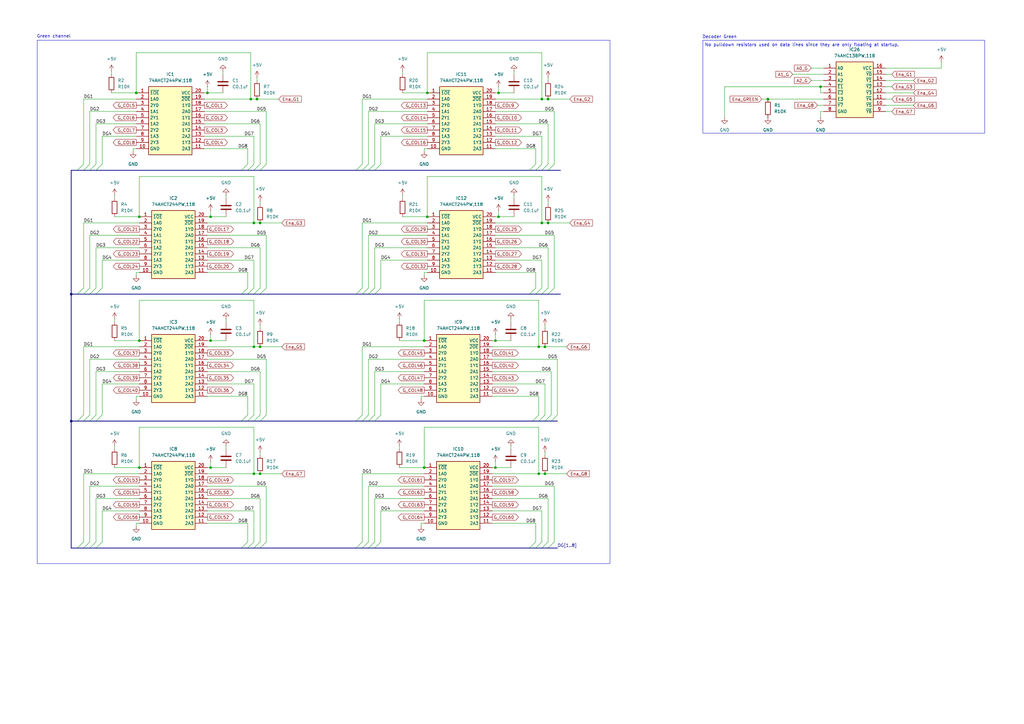
<source format=kicad_sch>
(kicad_sch (version 20250114) (generator "eeschema") (generator_version "9.0")
  (paper "A3")
  (title_block (title "8x8_Led_Cube") (rev "1") (company "Áuthor: Lars Molenschot"))
  (rectangle (start 288.29 16.51) (end 403.86 54.61))
  (rectangle (start 15.24 16.51) (end 250.19 231.14))
  (text "Decoder Green" (at 295.148 15.24 0) (effects (font (size 1.27 1.27))))
  (text "No pulldown resistors used on data lines since they are only floating at startup." (at 328.93 18.542 0) (effects (font (size 1.27 1.27))))
  (text "Green channel" (at 22.098 14.986 0) (effects (font (size 1.27 1.27))))
  (junction (at 224.79 40.64))
  (junction (at 86.36 139.7))
  (junction (at 220.98 142.24))
  (junction (at 336.55 35.56))
  (junction (at 173.99 139.7))
  (junction (at 85.09 38.1))
  (junction (at 175.26 88.9))
  (junction (at 106.68 194.31))
  (junction (at 104.14 142.24))
  (junction (at 86.36 191.77))
  (junction (at 102.87 40.64))
  (junction (at 175.26 38.1))
  (junction (at 106.68 91.44))
  (junction (at 204.47 88.9))
  (junction (at 29.21 172.72))
  (junction (at 57.15 139.7))
  (junction (at 223.52 142.24))
  (junction (at 105.41 40.64))
  (junction (at 203.2 191.77))
  (junction (at 222.25 91.44))
  (junction (at 314.96 40.64))
  (junction (at 203.2 139.7))
  (junction (at 57.15 88.9))
  (junction (at 106.68 142.24))
  (junction (at 222.25 40.64))
  (junction (at 220.98 194.31))
  (junction (at 223.52 194.31))
  (junction (at 86.36 88.9))
  (junction (at 29.21 120.65))
  (junction (at 57.15 191.77))
  (junction (at 204.47 38.1))
  (junction (at 55.88 38.1))
  (junction (at 104.14 194.31))
  (junction (at 173.99 191.77))
  (junction (at 224.79 91.44))
  (junction (at 104.14 91.44))
  (bus_entry (at 148.59 120.65) (size 2.54 -2.54))
  (bus_entry (at 34.29 120.65) (size 2.54 -2.54))
  (bus_entry (at 31.75 120.65) (size 2.54 -2.54))
  (bus_entry (at 153.67 172.72) (size 2.54 -2.54))
  (bus_entry (at 151.13 69.85) (size 2.54 -2.54))
  (bus_entry (at 106.68 224.79) (size 2.54 -2.54))
  (bus_entry (at 224.79 120.65) (size 2.54 -2.54))
  (bus_entry (at 219.71 224.79) (size 2.54 -2.54))
  (bus_entry (at 151.13 120.65) (size 2.54 -2.54))
  (bus_entry (at 34.29 224.79) (size 2.54 -2.54))
  (bus_entry (at 99.06 172.72) (size 2.54 -2.54))
  (bus_entry (at 39.37 224.79) (size 2.54 -2.54))
  (bus_entry (at 219.71 69.85) (size 2.54 -2.54))
  (bus_entry (at 146.05 224.79) (size 2.54 -2.54))
  (bus_entry (at 151.13 224.79) (size 2.54 -2.54))
  (bus_entry (at 217.17 69.85) (size 2.54 -2.54))
  (bus_entry (at 222.25 69.85) (size 2.54 -2.54))
  (bus_entry (at 222.25 224.79) (size 2.54 -2.54))
  (bus_entry (at 153.67 224.79) (size 2.54 -2.54))
  (bus_entry (at 36.83 172.72) (size 2.54 -2.54))
  (bus_entry (at 106.68 120.65) (size 2.54 -2.54))
  (bus_entry (at 99.06 224.79) (size 2.54 -2.54))
  (bus_entry (at 151.13 172.72) (size 2.54 -2.54))
  (bus_entry (at 31.75 69.85) (size 2.54 -2.54))
  (bus_entry (at 34.29 172.72) (size 2.54 -2.54))
  (bus_entry (at 104.14 172.72) (size 2.54 -2.54))
  (bus_entry (at 101.6 224.79) (size 2.54 -2.54))
  (bus_entry (at 101.6 172.72) (size 2.54 -2.54))
  (bus_entry (at 99.06 69.85) (size 2.54 -2.54))
  (bus_entry (at 217.17 120.65) (size 2.54 -2.54))
  (bus_entry (at 148.59 224.79) (size 2.54 -2.54))
  (bus_entry (at 36.83 224.79) (size 2.54 -2.54))
  (bus_entry (at 224.79 224.79) (size 2.54 -2.54))
  (bus_entry (at 106.68 69.85) (size 2.54 -2.54))
  (bus_entry (at 104.14 69.85) (size 2.54 -2.54))
  (bus_entry (at 101.6 120.65) (size 2.54 -2.54))
  (bus_entry (at 39.37 69.85) (size 2.54 -2.54))
  (bus_entry (at 101.6 69.85) (size 2.54 -2.54))
  (bus_entry (at 218.44 172.72) (size 2.54 -2.54))
  (bus_entry (at 148.59 69.85) (size 2.54 -2.54))
  (bus_entry (at 99.06 120.65) (size 2.54 -2.54))
  (bus_entry (at 217.17 224.79) (size 2.54 -2.54))
  (bus_entry (at 224.79 69.85) (size 2.54 -2.54))
  (bus_entry (at 226.06 172.72) (size 2.54 -2.54))
  (bus_entry (at 219.71 120.65) (size 2.54 -2.54))
  (bus_entry (at 153.67 69.85) (size 2.54 -2.54))
  (bus_entry (at 153.67 120.65) (size 2.54 -2.54))
  (bus_entry (at 146.05 120.65) (size 2.54 -2.54))
  (bus_entry (at 34.29 69.85) (size 2.54 -2.54))
  (bus_entry (at 36.83 120.65) (size 2.54 -2.54))
  (bus_entry (at 223.52 172.72) (size 2.54 -2.54))
  (bus_entry (at 104.14 120.65) (size 2.54 -2.54))
  (bus_entry (at 39.37 120.65) (size 2.54 -2.54))
  (bus_entry (at 220.98 172.72) (size 2.54 -2.54))
  (bus_entry (at 222.25 120.65) (size 2.54 -2.54))
  (bus_entry (at 31.75 224.79) (size 2.54 -2.54))
  (bus_entry (at 31.75 172.72) (size 2.54 -2.54))
  (bus_entry (at 104.14 224.79) (size 2.54 -2.54))
  (bus_entry (at 146.05 172.72) (size 2.54 -2.54))
  (bus_entry (at 36.83 69.85) (size 2.54 -2.54))
  (bus_entry (at 148.59 172.72) (size 2.54 -2.54))
  (bus_entry (at 39.37 172.72) (size 2.54 -2.54))
  (bus_entry (at 106.68 172.72) (size 2.54 -2.54))
  (bus_entry (at 146.05 69.85) (size 2.54 -2.54))
  (bus (pts (xy 222.25 224.79) (xy 219.71 224.79)))
  (wire (pts (xy 173.99 111.76) (xy 173.99 113.03)))
  (wire (pts (xy 156.21 106.68) (xy 175.26 106.68)))
  (wire (pts (xy 85.09 194.31) (xy 104.14 194.31)))
  (wire (pts (xy 34.29 194.31) (xy 57.15 194.31)))
  (wire (pts (xy 153.67 101.6) (xy 175.26 101.6)))
  (wire (pts (xy 219.71 60.96) (xy 219.71 67.31)))
  (wire (pts (xy 363.22 38.1) (xy 374.65 38.1)))
  (bus (pts (xy 222.25 69.85) (xy 224.79 69.85)))
  (wire (pts (xy 85.09 111.76) (xy 101.6 111.76)))
  (wire (pts (xy 57.15 123.19) (xy 57.15 139.7)))
  (wire (pts (xy 39.37 204.47) (xy 57.15 204.47)))
  (wire (pts (xy 224.79 50.8) (xy 224.79 67.31)))
  (wire (pts (xy 46.99 130.81) (xy 46.99 132.08)))
  (wire (pts (xy 227.33 199.39) (xy 201.93 199.39)))
  (wire (pts (xy 151.13 118.11) (xy 151.13 96.52)))
  (wire (pts (xy 153.67 170.18) (xy 153.67 152.4)))
  (wire (pts (xy 104.14 91.44) (xy 106.68 91.44)))
  (wire (pts (xy 223.52 142.24) (xy 232.41 142.24)))
  (wire (pts (xy 41.91 170.18) (xy 41.91 157.48)))
  (bus (pts (xy 153.67 224.79) (xy 151.13 224.79)))
  (wire (pts (xy 104.14 142.24) (xy 106.68 142.24)))
  (wire (pts (xy 36.83 170.18) (xy 36.83 147.32)))
  (wire (pts (xy 85.09 96.52) (xy 109.22 96.52)))
  (wire (pts (xy 312.42 40.64) (xy 314.96 40.64)))
  (wire (pts (xy 156.21 118.11) (xy 156.21 106.68)))
  (wire (pts (xy 104.14 194.31) (xy 104.14 175.26)))
  (wire (pts (xy 222.25 106.68) (xy 222.25 118.11)))
  (bus (pts (xy 101.6 120.65) (xy 104.14 120.65)))
  (wire (pts (xy 363.22 40.64) (xy 365.76 40.64)))
  (bus (pts (xy 220.98 172.72) (xy 223.52 172.72)))
  (wire (pts (xy 92.71 81.28) (xy 92.71 80.01)))
  (wire (pts (xy 201.93 142.24) (xy 220.98 142.24)))
  (bus (pts (xy 146.05 120.65) (xy 148.59 120.65)))
  (wire (pts (xy 41.91 55.88) (xy 55.88 55.88)))
  (wire (pts (xy 220.98 175.26) (xy 173.99 175.26)))
  (wire (pts (xy 36.83 199.39) (xy 57.15 199.39)))
  (wire (pts (xy 336.55 38.1) (xy 337.82 38.1)))
  (wire (pts (xy 54.61 60.96) (xy 54.61 62.23)))
  (wire (pts (xy 297.18 35.56) (xy 297.18 48.26)))
  (bus (pts (xy 151.13 69.85) (xy 153.67 69.85)))
  (bus (pts (xy 146.05 172.72) (xy 148.59 172.72)))
  (wire (pts (xy 222.25 91.44) (xy 222.25 72.39)))
  (wire (pts (xy 173.99 162.56) (xy 172.72 162.56)))
  (wire (pts (xy 104.14 106.68) (xy 104.14 118.11)))
  (wire (pts (xy 85.09 209.55) (xy 104.14 209.55)))
  (wire (pts (xy 363.22 33.02) (xy 374.65 33.02)))
  (wire (pts (xy 173.99 214.63) (xy 172.72 214.63)))
  (wire (pts (xy 85.09 147.32) (xy 109.22 147.32)))
  (wire (pts (xy 36.83 45.72) (xy 55.88 45.72)))
  (wire (pts (xy 86.36 137.16) (xy 86.36 139.7)))
  (bus (pts (xy 151.13 172.72) (xy 153.67 172.72)))
  (bus (pts (xy 219.71 69.85) (xy 222.25 69.85)))
  (bus (pts (xy 106.68 120.65) (xy 146.05 120.65)))
  (wire (pts (xy 148.59 118.11) (xy 148.59 91.44)))
  (wire (pts (xy 153.67 118.11) (xy 153.67 101.6)))
  (wire (pts (xy 222.25 40.64) (xy 222.25 21.59)))
  (bus (pts (xy 99.06 120.65) (xy 101.6 120.65)))
  (wire (pts (xy 151.13 147.32) (xy 173.99 147.32)))
  (wire (pts (xy 83.82 50.8) (xy 106.68 50.8)))
  (bus (pts (xy 31.75 120.65) (xy 34.29 120.65)))
  (wire (pts (xy 151.13 96.52) (xy 175.26 96.52)))
  (wire (pts (xy 41.91 157.48) (xy 57.15 157.48)))
  (bus (pts (xy 34.29 224.79) (xy 31.75 224.79)))
  (wire (pts (xy 163.83 139.7) (xy 173.99 139.7)))
  (bus (pts (xy 34.29 69.85) (xy 36.83 69.85)))
  (wire (pts (xy 36.83 222.25) (xy 36.83 199.39)))
  (wire (pts (xy 104.14 142.24) (xy 104.14 123.19)))
  (wire (pts (xy 224.79 101.6) (xy 224.79 118.11)))
  (wire (pts (xy 102.87 40.64) (xy 102.87 21.59)))
  (wire (pts (xy 34.29 170.18) (xy 34.29 142.24)))
  (bus (pts (xy 39.37 120.65) (xy 99.06 120.65)))
  (wire (pts (xy 151.13 170.18) (xy 151.13 147.32)))
  (wire (pts (xy 224.79 204.47) (xy 224.79 222.25)))
  (wire (pts (xy 175.26 21.59) (xy 175.26 38.1)))
  (bus (pts (xy 29.21 172.72) (xy 29.21 120.65)))
  (wire (pts (xy 363.22 30.48) (xy 365.76 30.48)))
  (wire (pts (xy 86.36 86.36) (xy 86.36 88.9)))
  (wire (pts (xy 325.12 30.48) (xy 337.82 30.48)))
  (wire (pts (xy 34.29 118.11) (xy 34.29 91.44)))
  (bus (pts (xy 104.14 120.65) (xy 106.68 120.65)))
  (bus (pts (xy 219.71 224.79) (xy 217.17 224.79)))
  (bus (pts (xy 34.29 120.65) (xy 36.83 120.65)))
  (bus (pts (xy 151.13 120.65) (xy 153.67 120.65)))
  (wire (pts (xy 57.15 214.63) (xy 55.88 214.63)))
  (wire (pts (xy 148.59 194.31) (xy 173.99 194.31)))
  (bus (pts (xy 101.6 69.85) (xy 104.14 69.85)))
  (wire (pts (xy 332.74 27.94) (xy 337.82 27.94)))
  (wire (pts (xy 106.68 142.24) (xy 115.57 142.24)))
  (wire (pts (xy 222.25 21.59) (xy 175.26 21.59)))
  (wire (pts (xy 175.26 72.39) (xy 175.26 88.9)))
  (wire (pts (xy 46.99 191.77) (xy 57.15 191.77)))
  (bus (pts (xy 148.59 224.79) (xy 146.05 224.79)))
  (wire (pts (xy 109.22 147.32) (xy 109.22 170.18)))
  (bus (pts (xy 29.21 172.72) (xy 31.75 172.72)))
  (wire (pts (xy 223.52 194.31) (xy 232.41 194.31)))
  (wire (pts (xy 148.59 40.64) (xy 175.26 40.64)))
  (wire (pts (xy 203.2 189.23) (xy 203.2 191.77)))
  (wire (pts (xy 163.83 130.81) (xy 163.83 132.08)))
  (wire (pts (xy 175.26 111.76) (xy 173.99 111.76)))
  (wire (pts (xy 224.79 91.44) (xy 233.68 91.44)))
  (bus (pts (xy 153.67 69.85) (xy 217.17 69.85)))
  (wire (pts (xy 209.55 132.08) (xy 209.55 130.81)))
  (wire (pts (xy 172.72 214.63) (xy 172.72 215.9)))
  (wire (pts (xy 336.55 45.72) (xy 337.82 45.72)))
  (wire (pts (xy 201.93 204.47) (xy 224.79 204.47)))
  (wire (pts (xy 332.74 33.02) (xy 337.82 33.02)))
  (bus (pts (xy 151.13 224.79) (xy 148.59 224.79)))
  (wire (pts (xy 55.88 214.63) (xy 55.88 215.9)))
  (bus (pts (xy 146.05 69.85) (xy 148.59 69.85)))
  (wire (pts (xy 39.37 67.31) (xy 39.37 50.8)))
  (wire (pts (xy 220.98 142.24) (xy 220.98 123.19)))
  (bus (pts (xy 39.37 172.72) (xy 99.06 172.72)))
  (bus (pts (xy 29.21 120.65) (xy 31.75 120.65)))
  (wire (pts (xy 106.68 82.55) (xy 106.68 83.82)))
  (wire (pts (xy 104.14 194.31) (xy 106.68 194.31)))
  (bus (pts (xy 36.83 172.72) (xy 39.37 172.72)))
  (bus (pts (xy 29.21 224.79) (xy 29.21 172.72)))
  (wire (pts (xy 203.2 191.77) (xy 209.55 191.77)))
  (wire (pts (xy 102.87 40.64) (xy 105.41 40.64)))
  (wire (pts (xy 222.25 55.88) (xy 203.2 55.88)))
  (bus (pts (xy 36.83 120.65) (xy 39.37 120.65)))
  (wire (pts (xy 39.37 101.6) (xy 57.15 101.6)))
  (wire (pts (xy 201.93 152.4) (xy 226.06 152.4)))
  (wire (pts (xy 83.82 55.88) (xy 104.14 55.88)))
  (wire (pts (xy 55.88 162.56) (xy 55.88 163.83)))
  (wire (pts (xy 204.47 86.36) (xy 204.47 88.9)))
  (wire (pts (xy 153.67 152.4) (xy 173.99 152.4)))
  (wire (pts (xy 36.83 96.52) (xy 57.15 96.52)))
  (wire (pts (xy 227.33 45.72) (xy 227.33 67.31)))
  (bus (pts (xy 101.6 172.72) (xy 104.14 172.72)))
  (wire (pts (xy 219.71 111.76) (xy 219.71 118.11)))
  (wire (pts (xy 105.41 40.64) (xy 114.3 40.64)))
  (bus (pts (xy 31.75 69.85) (xy 34.29 69.85)))
  (wire (pts (xy 173.99 175.26) (xy 173.99 191.77)))
  (wire (pts (xy 105.41 31.75) (xy 105.41 33.02)))
  (wire (pts (xy 203.2 50.8) (xy 224.79 50.8)))
  (bus (pts (xy 219.71 120.65) (xy 222.25 120.65)))
  (bus (pts (xy 148.59 172.72) (xy 151.13 172.72)))
  (wire (pts (xy 57.15 111.76) (xy 55.88 111.76)))
  (wire (pts (xy 36.83 67.31) (xy 36.83 45.72)))
  (wire (pts (xy 228.6 147.32) (xy 228.6 170.18)))
  (wire (pts (xy 201.93 162.56) (xy 220.98 162.56)))
  (wire (pts (xy 57.15 175.26) (xy 57.15 191.77)))
  (wire (pts (xy 148.59 67.31) (xy 148.59 40.64)))
  (wire (pts (xy 83.82 40.64) (xy 102.87 40.64)))
  (wire (pts (xy 337.82 35.56) (xy 336.55 35.56)))
  (wire (pts (xy 203.2 111.76) (xy 219.71 111.76)))
  (wire (pts (xy 224.79 40.64) (xy 233.68 40.64)))
  (wire (pts (xy 156.21 209.55) (xy 173.99 209.55)))
  (wire (pts (xy 219.71 214.63) (xy 219.71 222.25)))
  (wire (pts (xy 106.68 133.35) (xy 106.68 134.62)))
  (wire (pts (xy 83.82 38.1) (xy 85.09 38.1)))
  (wire (pts (xy 204.47 88.9) (xy 210.82 88.9)))
  (wire (pts (xy 220.98 162.56) (xy 220.98 170.18)))
  (wire (pts (xy 203.2 106.68) (xy 222.25 106.68)))
  (wire (pts (xy 34.29 40.64) (xy 55.88 40.64)))
  (wire (pts (xy 363.22 35.56) (xy 365.76 35.56)))
  (wire (pts (xy 363.22 45.72) (xy 365.76 45.72)))
  (wire (pts (xy 101.6 162.56) (xy 101.6 170.18)))
  (wire (pts (xy 148.59 142.24) (xy 173.99 142.24)))
  (wire (pts (xy 173.99 60.96) (xy 173.99 62.23)))
  (bus (pts (xy 146.05 224.79) (xy 106.68 224.79)))
  (wire (pts (xy 36.83 147.32) (xy 57.15 147.32)))
  (wire (pts (xy 86.36 191.77) (xy 92.71 191.77)))
  (wire (pts (xy 106.68 152.4) (xy 106.68 170.18)))
  (bus (pts (xy 29.21 120.65) (xy 29.21 69.85)))
  (wire (pts (xy 386.08 27.94) (xy 363.22 27.94)))
  (bus (pts (xy 99.06 224.79) (xy 39.37 224.79)))
  (wire (pts (xy 156.21 170.18) (xy 156.21 157.48)))
  (wire (pts (xy 224.79 31.75) (xy 224.79 33.02)))
  (wire (pts (xy 85.09 162.56) (xy 101.6 162.56)))
  (wire (pts (xy 222.25 222.25) (xy 222.25 209.55)))
  (wire (pts (xy 156.21 157.48) (xy 173.99 157.48)))
  (wire (pts (xy 297.18 35.56) (xy 336.55 35.56)))
  (bus (pts (xy 217.17 224.79) (xy 153.67 224.79)))
  (wire (pts (xy 148.59 222.25) (xy 148.59 194.31)))
  (bus (pts (xy 29.21 69.85) (xy 31.75 69.85)))
  (bus (pts (xy 104.14 224.79) (xy 101.6 224.79)))
  (wire (pts (xy 109.22 96.52) (xy 109.22 118.11)))
  (wire (pts (xy 203.2 101.6) (xy 224.79 101.6)))
  (wire (pts (xy 34.29 91.44) (xy 57.15 91.44)))
  (wire (pts (xy 85.09 157.48) (xy 104.14 157.48)))
  (wire (pts (xy 201.93 194.31) (xy 220.98 194.31)))
  (wire (pts (xy 201.93 157.48) (xy 223.52 157.48)))
  (wire (pts (xy 85.09 204.47) (xy 106.68 204.47)))
  (bus (pts (xy 31.75 224.79) (xy 29.21 224.79)))
  (wire (pts (xy 335.28 43.18) (xy 337.82 43.18)))
  (wire (pts (xy 223.52 185.42) (xy 223.52 186.69)))
  (wire (pts (xy 57.15 162.56) (xy 55.88 162.56)))
  (wire (pts (xy 314.96 40.64) (xy 337.82 40.64)))
  (wire (pts (xy 203.2 45.72) (xy 227.33 45.72)))
  (bus (pts (xy 222.25 120.65) (xy 224.79 120.65)))
  (wire (pts (xy 91.44 30.48) (xy 91.44 29.21)))
  (wire (pts (xy 104.14 91.44) (xy 104.14 72.39)))
  (wire (pts (xy 201.93 147.32) (xy 228.6 147.32)))
  (wire (pts (xy 106.68 67.31) (xy 106.68 50.8)))
  (wire (pts (xy 85.09 38.1) (xy 91.44 38.1)))
  (wire (pts (xy 201.93 191.77) (xy 203.2 191.77)))
  (bus (pts (xy 217.17 120.65) (xy 219.71 120.65)))
  (wire (pts (xy 41.91 106.68) (xy 41.91 118.11)))
  (wire (pts (xy 85.09 106.68) (xy 104.14 106.68)))
  (wire (pts (xy 165.1 80.01) (xy 165.1 81.28)))
  (wire (pts (xy 104.14 67.31) (xy 104.14 55.88)))
  (wire (pts (xy 173.99 123.19) (xy 173.99 139.7)))
  (wire (pts (xy 85.09 88.9) (xy 86.36 88.9)))
  (wire (pts (xy 153.67 67.31) (xy 153.67 50.8)))
  (wire (pts (xy 104.14 175.26) (xy 57.15 175.26)))
  (wire (pts (xy 46.99 139.7) (xy 57.15 139.7)))
  (bus (pts (xy 226.06 172.72) (xy 228.6 172.72)))
  (bus (pts (xy 39.37 69.85) (xy 99.06 69.85)))
  (bus (pts (xy 218.44 172.72) (xy 220.98 172.72)))
  (wire (pts (xy 39.37 152.4) (xy 57.15 152.4)))
  (wire (pts (xy 153.67 204.47) (xy 173.99 204.47)))
  (bus (pts (xy 228.6 224.79) (xy 224.79 224.79)))
  (wire (pts (xy 83.82 45.72) (xy 109.22 45.72)))
  (wire (pts (xy 85.09 142.24) (xy 104.14 142.24)))
  (wire (pts (xy 220.98 123.19) (xy 173.99 123.19)))
  (bus (pts (xy 99.06 172.72) (xy 101.6 172.72)))
  (wire (pts (xy 101.6 67.31) (xy 101.6 60.96)))
  (wire (pts (xy 101.6 214.63) (xy 101.6 222.25)))
  (wire (pts (xy 220.98 142.24) (xy 223.52 142.24)))
  (wire (pts (xy 85.09 191.77) (xy 86.36 191.77)))
  (wire (pts (xy 203.2 96.52) (xy 227.33 96.52)))
  (wire (pts (xy 163.83 182.88) (xy 163.83 184.15)))
  (wire (pts (xy 86.36 189.23) (xy 86.36 191.77)))
  (wire (pts (xy 101.6 111.76) (xy 101.6 118.11)))
  (wire (pts (xy 363.22 43.18) (xy 374.65 43.18)))
  (bus (pts (xy 217.17 69.85) (xy 219.71 69.85)))
  (wire (pts (xy 210.82 30.48) (xy 210.82 29.21)))
  (wire (pts (xy 85.09 152.4) (xy 106.68 152.4)))
  (wire (pts (xy 203.2 137.16) (xy 203.2 139.7)))
  (wire (pts (xy 223.52 133.35) (xy 223.52 134.62)))
  (wire (pts (xy 222.25 40.64) (xy 224.79 40.64)))
  (wire (pts (xy 209.55 184.15) (xy 209.55 182.88)))
  (bus (pts (xy 36.83 69.85) (xy 39.37 69.85)))
  (wire (pts (xy 45.72 38.1) (xy 55.88 38.1)))
  (wire (pts (xy 148.59 170.18) (xy 148.59 142.24)))
  (bus (pts (xy 224.79 69.85) (xy 229.87 69.85)))
  (wire (pts (xy 156.21 222.25) (xy 156.21 209.55)))
  (bus (pts (xy 104.14 69.85) (xy 106.68 69.85)))
  (wire (pts (xy 153.67 222.25) (xy 153.67 204.47)))
  (bus (pts (xy 36.83 224.79) (xy 34.29 224.79)))
  (wire (pts (xy 204.47 35.56) (xy 204.47 38.1)))
  (wire (pts (xy 106.68 101.6) (xy 106.68 118.11)))
  (wire (pts (xy 223.52 157.48) (xy 223.52 170.18)))
  (wire (pts (xy 106.68 204.47) (xy 106.68 222.25)))
  (wire (pts (xy 106.68 185.42) (xy 106.68 186.69)))
  (bus (pts (xy 224.79 224.79) (xy 222.25 224.79)))
  (wire (pts (xy 92.71 184.15) (xy 92.71 182.88)))
  (wire (pts (xy 106.68 91.44) (xy 115.57 91.44)))
  (bus (pts (xy 153.67 120.65) (xy 217.17 120.65)))
  (wire (pts (xy 46.99 88.9) (xy 57.15 88.9)))
  (wire (pts (xy 104.14 72.39) (xy 57.15 72.39)))
  (bus (pts (xy 106.68 69.85) (xy 146.05 69.85)))
  (wire (pts (xy 46.99 80.01) (xy 46.99 81.28)))
  (bus (pts (xy 106.68 172.72) (xy 146.05 172.72)))
  (wire (pts (xy 41.91 209.55) (xy 57.15 209.55)))
  (wire (pts (xy 41.91 106.68) (xy 57.15 106.68)))
  (wire (pts (xy 57.15 72.39) (xy 57.15 88.9)))
  (wire (pts (xy 41.91 67.31) (xy 41.91 55.88)))
  (wire (pts (xy 92.71 132.08) (xy 92.71 130.81)))
  (wire (pts (xy 175.26 60.96) (xy 173.99 60.96)))
  (wire (pts (xy 86.36 139.7) (xy 92.71 139.7)))
  (wire (pts (xy 109.22 67.31) (xy 109.22 45.72)))
  (wire (pts (xy 151.13 67.31) (xy 151.13 45.72)))
  (bus (pts (xy 223.52 172.72) (xy 226.06 172.72)))
  (wire (pts (xy 203.2 91.44) (xy 222.25 91.44)))
  (wire (pts (xy 34.29 142.24) (xy 57.15 142.24)))
  (wire (pts (xy 85.09 214.63) (xy 101.6 214.63)))
  (wire (pts (xy 151.13 199.39) (xy 173.99 199.39)))
  (wire (pts (xy 39.37 170.18) (xy 39.37 152.4)))
  (wire (pts (xy 55.88 21.59) (xy 55.88 38.1)))
  (wire (pts (xy 224.79 82.55) (xy 224.79 83.82)))
  (wire (pts (xy 151.13 222.25) (xy 151.13 199.39)))
  (wire (pts (xy 172.72 162.56) (xy 172.72 163.83)))
  (wire (pts (xy 83.82 60.96) (xy 101.6 60.96)))
  (bus (pts (xy 153.67 172.72) (xy 218.44 172.72)))
  (wire (pts (xy 39.37 222.25) (xy 39.37 204.47)))
  (bus (pts (xy 148.59 120.65) (xy 151.13 120.65)))
  (wire (pts (xy 46.99 182.88) (xy 46.99 184.15)))
  (wire (pts (xy 55.88 111.76) (xy 55.88 113.03)))
  (wire (pts (xy 203.2 139.7) (xy 209.55 139.7)))
  (wire (pts (xy 222.25 67.31) (xy 222.25 55.88)))
  (bus (pts (xy 39.37 224.79) (xy 36.83 224.79)))
  (wire (pts (xy 109.22 199.39) (xy 109.22 222.25)))
  (wire (pts (xy 85.09 35.56) (xy 85.09 38.1)))
  (wire (pts (xy 153.67 50.8) (xy 175.26 50.8)))
  (wire (pts (xy 336.55 35.56) (xy 336.55 38.1)))
  (wire (pts (xy 201.93 214.63) (xy 219.71 214.63)))
  (wire (pts (xy 36.83 118.11) (xy 36.83 96.52)))
  (wire (pts (xy 156.21 67.31) (xy 156.21 55.88)))
  (wire (pts (xy 39.37 50.8) (xy 55.88 50.8)))
  (bus (pts (xy 101.6 224.79) (xy 99.06 224.79)))
  (bus (pts (xy 106.68 224.79) (xy 104.14 224.79)))
  (wire (pts (xy 227.33 222.25) (xy 227.33 199.39)))
  (wire (pts (xy 163.83 191.77) (xy 173.99 191.77)))
  (wire (pts (xy 203.2 40.64) (xy 222.25 40.64)))
  (wire (pts (xy 336.55 45.72) (xy 336.55 48.26)))
  (wire (pts (xy 41.91 222.25) (xy 41.91 209.55)))
  (wire (pts (xy 34.29 222.25) (xy 34.29 194.31)))
  (wire (pts (xy 165.1 88.9) (xy 175.26 88.9)))
  (wire (pts (xy 165.1 38.1) (xy 175.26 38.1)))
  (wire (pts (xy 85.09 139.7) (xy 86.36 139.7)))
  (wire (pts (xy 203.2 88.9) (xy 204.47 88.9)))
  (bus (pts (xy 104.14 172.72) (xy 106.68 172.72)))
  (wire (pts (xy 227.33 96.52) (xy 227.33 118.11)))
  (wire (pts (xy 86.36 88.9) (xy 92.71 88.9)))
  (wire (pts (xy 55.88 60.96) (xy 54.61 60.96)))
  (wire (pts (xy 222.25 91.44) (xy 224.79 91.44)))
  (wire (pts (xy 210.82 81.28) (xy 210.82 80.01)))
  (bus (pts (xy 148.59 69.85) (xy 151.13 69.85)))
  (wire (pts (xy 386.08 25.4) (xy 386.08 27.94)))
  (wire (pts (xy 226.06 152.4) (xy 226.06 170.18)))
  (wire (pts (xy 85.09 199.39) (xy 109.22 199.39)))
  (wire (pts (xy 204.47 38.1) (xy 210.82 38.1)))
  (wire (pts (xy 201.93 139.7) (xy 203.2 139.7)))
  (bus (pts (xy 31.75 172.72) (xy 34.29 172.72)))
  (wire (pts (xy 148.59 91.44) (xy 175.26 91.44)))
  (wire (pts (xy 151.13 45.72) (xy 175.26 45.72)))
  (wire (pts (xy 203.2 60.96) (xy 219.71 60.96)))
  (wire (pts (xy 220.98 194.31) (xy 223.52 194.31)))
  (bus (pts (xy 34.29 172.72) (xy 36.83 172.72)))
  (wire (pts (xy 222.25 209.55) (xy 201.93 209.55)))
  (wire (pts (xy 104.14 209.55) (xy 104.14 222.25)))
  (wire (pts (xy 104.14 157.48) (xy 104.14 170.18)))
  (wire (pts (xy 220.98 194.31) (xy 220.98 175.26)))
  (wire (pts (xy 85.09 91.44) (xy 104.14 91.44)))
  (wire (pts (xy 165.1 29.21) (xy 165.1 30.48)))
  (wire (pts (xy 45.72 29.21) (xy 45.72 30.48)))
  (wire (pts (xy 85.09 101.6) (xy 106.68 101.6)))
  (bus (pts (xy 224.79 120.65) (xy 229.87 120.65)))
  (wire (pts (xy 102.87 21.59) (xy 55.88 21.59)))
  (wire (pts (xy 222.25 72.39) (xy 175.26 72.39)))
  (wire (pts (xy 106.68 194.31) (xy 115.57 194.31)))
  (bus (pts (xy 99.06 69.85) (xy 101.6 69.85)))
  (wire (pts (xy 34.29 67.31) (xy 34.29 40.64)))
  (wire (pts (xy 39.37 101.6) (xy 39.37 118.11)))
  (wire (pts (xy 156.21 55.88) (xy 175.26 55.88)))
  (wire (pts (xy 203.2 38.1) (xy 204.47 38.1)))
  (wire (pts (xy 104.14 123.19) (xy 57.15 123.19)))
  (label "DG8" (at 101.6 162.56 180))
  (label "DG4" (at 156.21 106.68 0))
  (label "DG6" (at 224.79 204.47 180))
  (label "DG2" (at 36.83 45.72 0))
  (label "DG3" (at 153.67 204.47 0))
  (label "DG2" (at 151.13 147.32 0))
  (label "DG2" (at 36.83 147.32 0))
  (label "DG1" (at 34.29 91.44 0))
  (label "DG7" (at 104.14 55.88 180))
  (label "DG7" (at 104.14 106.68 180))
  (label "DG1" (at 34.29 142.24 0))
  (label "DG4" (at 156.21 209.55 0))
  (label "DG3" (at 39.37 50.8 0))
  (label "DG7" (at 104.14 209.55 180))
  (label "DG1" (at 34.29 40.64 0))
  (label "DG5" (at 109.22 96.52 180))
  (label "DG6" (at 106.68 50.8 180))
  (label "DG6" (at 224.79 50.8 180))
  (label "DG6" (at 106.68 152.4 180))
  (label "DG5" (at 109.22 45.72 180))
  (label "DG5" (at 227.33 45.72 180))
  (label "DG2" (at 36.83 96.52 0))
  (label "DG5" (at 109.22 147.32 180))
  (label "DG4" (at 156.21 157.48 0))
  (label "DG4" (at 41.91 157.48 0))
  (label "DG4" (at 41.91 55.88 0))
  (label "DG5" (at 228.6 147.32 180))
  (label "DG7" (at 222.25 106.68 180))
  (label "DG8" (at 220.98 162.56 180))
  (label "DG2" (at 36.83 199.39 0))
  (label "DG7" (at 223.52 157.48 180))
  (label "DG7" (at 222.25 209.55 180))
  (label "DG2" (at 151.13 199.39 0))
  (label "DG[1..8]" (at 228.6 224.79 0))
  (label "DG2" (at 151.13 45.72 0))
  (label "DG4" (at 41.91 106.68 0))
  (label "DG6" (at 226.06 152.4 180))
  (label "DG7" (at 222.25 55.88 180))
  (label "DG3" (at 39.37 152.4 0))
  (label "DG4" (at 156.21 55.88 0))
  (label "DG8" (at 101.6 214.63 180))
  (label "DG6" (at 106.68 101.6 180))
  (label "DG2" (at 151.13 96.52 0))
  (label "DG1" (at 34.29 194.31 0))
  (label "DG3" (at 153.67 152.4 0))
  (label "DG8" (at 219.71 60.96 180))
  (label "DG5" (at 227.33 96.52 180))
  (label "DG1" (at 148.59 40.64 0))
  (label "DG7" (at 104.14 157.48 180))
  (label "DG3" (at 39.37 204.47 0))
  (label "DG1" (at 148.59 194.31 0))
  (label "DG1" (at 148.59 142.24 0))
  (label "DG8" (at 101.6 60.96 180))
  (label "DG8" (at 219.71 111.76 180))
  (label "DG1" (at 148.59 91.44 0))
  (label "DG3" (at 153.67 101.6 0))
  (label "DG3" (at 153.67 50.8 0))
  (label "DG8" (at 101.6 111.76 180))
  (label "DG6" (at 224.79 101.6 180))
  (label "DG5" (at 109.22 199.39 180))
  (label "DG4" (at 41.91 209.55 0))
  (label "DG6" (at 106.68 204.47 180))
  (label "DG5" (at 227.33 199.39 180))
  (label "DG8" (at 219.71 214.63 180))
  (label "DG3" (at 39.37 101.6 0))
  (global_label "G_COL12" (shape output) (at 203.2 58.42 0) (property "Intersheetrefs" "${INTERSHEET_REFS}" (effects (hide yes))))
  (global_label "G_COL32" (shape output) (at 175.26 109.22 180) (property "Intersheetrefs" "${INTERSHEET_REFS}" (effects (hide yes))))
  (global_label "G_COL31" (shape output) (at 175.26 104.14 180) (property "Intersheetrefs" "${INTERSHEET_REFS}" (effects (hide yes))))
  (global_label "G_COL15" (shape output) (at 175.26 53.34 180) (property "Intersheetrefs" "${INTERSHEET_REFS}" (effects (hide yes))))
  (global_label "Ena_G5" (shape input) (at 365.76 40.64 0) (property "Intersheetrefs" "${INTERSHEET_REFS}" (effects (hide yes))))
  (global_label "A2_G" (shape input) (at 332.74 33.02 180) (property "Intersheetrefs" "${INTERSHEET_REFS}" (effects (hide yes))))
  (global_label "G_COL20" (shape output) (at 85.09 109.22 0) (property "Intersheetrefs" "${INTERSHEET_REFS}" (effects (hide yes))))
  (global_label "G_COL24" (shape output) (at 57.15 109.22 180) (property "Intersheetrefs" "${INTERSHEET_REFS}" (effects (hide yes))))
  (global_label "G_COL13" (shape output) (at 175.26 43.18 180) (property "Intersheetrefs" "${INTERSHEET_REFS}" (effects (hide yes))))
  (global_label "A1_G" (shape input) (at 325.12 30.48 180) (property "Intersheetrefs" "${INTERSHEET_REFS}" (effects (hide yes))))
  (global_label "G_COL2" (shape output) (at 83.82 48.26 0) (property "Intersheetrefs" "${INTERSHEET_REFS}" (effects (hide yes))))
  (global_label "Ena_G5" (shape input) (at 115.57 142.24 0) (property "Intersheetrefs" "${INTERSHEET_REFS}" (effects (hide yes))))
  (global_label "Ena_G4" (shape input) (at 233.68 91.44 0) (property "Intersheetrefs" "${INTERSHEET_REFS}" (effects (hide yes))))
  (global_label "G_COL35" (shape output) (at 85.09 154.94 0) (property "Intersheetrefs" "${INTERSHEET_REFS}" (effects (hide yes))))
  (global_label "G_COL49" (shape output) (at 85.09 196.85 0) (property "Intersheetrefs" "${INTERSHEET_REFS}" (effects (hide yes))))
  (global_label "G_COL6" (shape output) (at 55.88 48.26 180) (property "Intersheetrefs" "${INTERSHEET_REFS}" (effects (hide yes))))
  (global_label "G_COL62" (shape output) (at 173.99 201.93 180) (property "Intersheetrefs" "${INTERSHEET_REFS}" (effects (hide yes))))
  (global_label "G_COL7" (shape output) (at 55.88 53.34 180) (property "Intersheetrefs" "${INTERSHEET_REFS}" (effects (hide yes))))
  (global_label "G_COL14" (shape output) (at 175.26 48.26 180) (property "Intersheetrefs" "${INTERSHEET_REFS}" (effects (hide yes))))
  (global_label "G_COL36" (shape output) (at 85.09 160.02 0) (property "Intersheetrefs" "${INTERSHEET_REFS}" (effects (hide yes))))
  (global_label "G_COL16" (shape output) (at 175.26 58.42 180) (property "Intersheetrefs" "${INTERSHEET_REFS}" (effects (hide yes))))
  (global_label "G_COL48" (shape output) (at 173.99 160.02 180) (property "Intersheetrefs" "${INTERSHEET_REFS}" (effects (hide yes))))
  (global_label "G_COL25" (shape output) (at 203.2 93.98 0) (property "Intersheetrefs" "${INTERSHEET_REFS}" (effects (hide yes))))
  (global_label "G_COL33" (shape output) (at 85.09 144.78 0) (property "Intersheetrefs" "${INTERSHEET_REFS}" (effects (hide yes))))
  (global_label "G_COL58" (shape output) (at 201.93 201.93 0) (property "Intersheetrefs" "${INTERSHEET_REFS}" (effects (hide yes))))
  (global_label "G_COL57" (shape output) (at 201.93 196.85 0) (property "Intersheetrefs" "${INTERSHEET_REFS}" (effects (hide yes))))
  (global_label "Ena_GREEN" (shape input) (at 312.42 40.64 180) (property "Intersheetrefs" "${INTERSHEET_REFS}" (effects (hide yes))))
  (global_label "G_COL50" (shape output) (at 85.09 201.93 0) (property "Intersheetrefs" "${INTERSHEET_REFS}" (effects (hide yes))))
  (global_label "G_COL61" (shape output) (at 173.99 196.85 180) (property "Intersheetrefs" "${INTERSHEET_REFS}" (effects (hide yes))))
  (global_label "G_COL11" (shape output) (at 203.2 53.34 0) (property "Intersheetrefs" "${INTERSHEET_REFS}" (effects (hide yes))))
  (global_label "G_COL3" (shape output) (at 83.82 53.34 0) (property "Intersheetrefs" "${INTERSHEET_REFS}" (effects (hide yes))))
  (global_label "A0_G" (shape input) (at 332.74 27.94 180) (property "Intersheetrefs" "${INTERSHEET_REFS}" (effects (hide yes))))
  (global_label "G_COL39" (shape output) (at 57.15 154.94 180) (property "Intersheetrefs" "${INTERSHEET_REFS}" (effects (hide yes))))
  (global_label "G_COL1" (shape output) (at 83.82 43.18 0) (property "Intersheetrefs" "${INTERSHEET_REFS}" (effects (hide yes))))
  (global_label "G_COL64" (shape output) (at 173.99 212.09 180) (property "Intersheetrefs" "${INTERSHEET_REFS}" (effects (hide yes))))
  (global_label "G_COL23" (shape output) (at 57.15 104.14 180) (property "Intersheetrefs" "${INTERSHEET_REFS}" (effects (hide yes))))
  (global_label "G_COL55" (shape output) (at 57.15 207.01 180) (property "Intersheetrefs" "${INTERSHEET_REFS}" (effects (hide yes))))
  (global_label "G_COL22" (shape output) (at 57.15 99.06 180) (property "Intersheetrefs" "${INTERSHEET_REFS}" (effects (hide yes))))
  (global_label "G_COL43" (shape output) (at 201.93 154.94 0) (property "Intersheetrefs" "${INTERSHEET_REFS}" (effects (hide yes))))
  (global_label "G_COL60" (shape output) (at 201.93 212.09 0) (property "Intersheetrefs" "${INTERSHEET_REFS}" (effects (hide yes))))
  (global_label "G_COL28" (shape output) (at 203.2 109.22 0) (property "Intersheetrefs" "${INTERSHEET_REFS}" (effects (hide yes))))
  (global_label "Ena_G6" (shape input) (at 374.65 43.18 0) (property "Intersheetrefs" "${INTERSHEET_REFS}" (effects (hide yes))))
  (global_label "G_COL17" (shape output) (at 85.09 93.98 0) (property "Intersheetrefs" "${INTERSHEET_REFS}" (effects (hide yes))))
  (global_label "Ena_G8" (shape input) (at 335.28 43.18 180) (property "Intersheetrefs" "${INTERSHEET_REFS}" (effects (hide yes))))
  (global_label "Ena_G1" (shape input) (at 114.3 40.64 0) (property "Intersheetrefs" "${INTERSHEET_REFS}" (effects (hide yes))))
  (global_label "G_COL42" (shape output) (at 201.93 149.86 0) (property "Intersheetrefs" "${INTERSHEET_REFS}" (effects (hide yes))))
  (global_label "G_COL8" (shape output) (at 55.88 58.42 180) (property "Intersheetrefs" "${INTERSHEET_REFS}" (effects (hide yes))))
  (global_label "Ena_G2" (shape input) (at 374.65 33.02 0) (property "Intersheetrefs" "${INTERSHEET_REFS}" (effects (hide yes))))
  (global_label "G_COL30" (shape output) (at 175.26 99.06 180) (property "Intersheetrefs" "${INTERSHEET_REFS}" (effects (hide yes))))
  (global_label "G_COL40" (shape output) (at 57.15 160.02 180) (property "Intersheetrefs" "${INTERSHEET_REFS}" (effects (hide yes))))
  (global_label "G_COL21" (shape output) (at 57.15 93.98 180) (property "Intersheetrefs" "${INTERSHEET_REFS}" (effects (hide yes))))
  (global_label "Ena_G7" (shape input) (at 365.76 45.72 0) (property "Intersheetrefs" "${INTERSHEET_REFS}" (effects (hide yes))))
  (global_label "G_COL53" (shape output) (at 57.15 196.85 180) (property "Intersheetrefs" "${INTERSHEET_REFS}" (effects (hide yes))))
  (global_label "G_COL34" (shape output) (at 85.09 149.86 0) (property "Intersheetrefs" "${INTERSHEET_REFS}" (effects (hide yes))))
  (global_label "G_COL27" (shape output) (at 203.2 104.14 0) (property "Intersheetrefs" "${INTERSHEET_REFS}" (effects (hide yes))))
  (global_label "G_COL54" (shape output) (at 57.15 201.93 180) (property "Intersheetrefs" "${INTERSHEET_REFS}" (effects (hide yes))))
  (global_label "G_COL19" (shape output) (at 85.09 104.14 0) (property "Intersheetrefs" "${INTERSHEET_REFS}" (effects (hide yes))))
  (global_label "Ena_G2" (shape input) (at 233.68 40.64 0) (property "Intersheetrefs" "${INTERSHEET_REFS}" (effects (hide yes))))
  (global_label "G_COL4" (shape output) (at 83.82 58.42 0) (property "Intersheetrefs" "${INTERSHEET_REFS}" (effects (hide yes))))
  (global_label "G_COL44" (shape output) (at 201.93 160.02 0) (property "Intersheetrefs" "${INTERSHEET_REFS}" (effects (hide yes))))
  (global_label "G_COL46" (shape output) (at 173.99 149.86 180) (property "Intersheetrefs" "${INTERSHEET_REFS}" (effects (hide yes))))
  (global_label "G_COL47" (shape output) (at 173.99 154.94 180) (property "Intersheetrefs" "${INTERSHEET_REFS}" (effects (hide yes))))
  (global_label "G_COL5" (shape output) (at 55.88 43.18 180) (property "Intersheetrefs" "${INTERSHEET_REFS}" (effects (hide yes))))
  (global_label "Ena_G4" (shape input) (at 374.65 38.1 0) (property "Intersheetrefs" "${INTERSHEET_REFS}" (effects (hide yes))))
  (global_label "G_COL63" (shape output) (at 173.99 207.01 180) (property "Intersheetrefs" "${INTERSHEET_REFS}" (effects (hide yes))))
  (global_label "G_COL59" (shape output) (at 201.93 207.01 0) (property "Intersheetrefs" "${INTERSHEET_REFS}" (effects (hide yes))))
  (global_label "G_COL52" (shape output) (at 85.09 212.09 0) (property "Intersheetrefs" "${INTERSHEET_REFS}" (effects (hide yes))))
  (global_label "Ena_G7" (shape input) (at 115.57 194.31 0) (property "Intersheetrefs" "${INTERSHEET_REFS}" (effects (hide yes))))
  (global_label "G_COL37" (shape output) (at 57.15 144.78 180) (property "Intersheetrefs" "${INTERSHEET_REFS}" (effects (hide yes))))
  (global_label "G_COL51" (shape output) (at 85.09 207.01 0) (property "Intersheetrefs" "${INTERSHEET_REFS}" (effects (hide yes))))
  (global_label "Ena_G1" (shape input) (at 365.76 30.48 0) (property "Intersheetrefs" "${INTERSHEET_REFS}" (effects (hide yes))))
  (global_label "Ena_G8" (shape input) (at 232.41 194.31 0) (property "Intersheetrefs" "${INTERSHEET_REFS}" (effects (hide yes))))
  (global_label "G_COL9" (shape output) (at 203.2 43.18 0) (property "Intersheetrefs" "${INTERSHEET_REFS}" (effects (hide yes))))
  (global_label "G_COL56" (shape output) (at 57.15 212.09 180) (property "Intersheetrefs" "${INTERSHEET_REFS}" (effects (hide yes))))
  (global_label "G_COL10" (shape output) (at 203.2 48.26 0) (property "Intersheetrefs" "${INTERSHEET_REFS}" (effects (hide yes))))
  (global_label "G_COL26" (shape output) (at 203.2 99.06 0) (property "Intersheetrefs" "${INTERSHEET_REFS}" (effects (hide yes))))
  (global_label "Ena_G3" (shape input) (at 365.76 35.56 0) (property "Intersheetrefs" "${INTERSHEET_REFS}" (effects (hide yes))))
  (global_label "G_COL38" (shape output) (at 57.15 149.86 180) (property "Intersheetrefs" "${INTERSHEET_REFS}" (effects (hide yes))))
  (global_label "G_COL18" (shape output) (at 85.09 99.06 0) (property "Intersheetrefs" "${INTERSHEET_REFS}" (effects (hide yes))))
  (global_label "G_COL45" (shape output) (at 173.99 144.78 180) (property "Intersheetrefs" "${INTERSHEET_REFS}" (effects (hide yes))))
  (global_label "Ena_G6" (shape input) (at 232.41 142.24 0) (property "Intersheetrefs" "${INTERSHEET_REFS}" (effects (hide yes))))
  (global_label "G_COL41" (shape output) (at 201.93 144.78 0) (property "Intersheetrefs" "${INTERSHEET_REFS}" (effects (hide yes))))
  (global_label "G_COL29" (shape output) (at 175.26 93.98 180) (property "Intersheetrefs" "${INTERSHEET_REFS}" (effects (hide yes))))
  (global_label "Ena_G3" (shape input) (at 115.57 91.44 0) (property "Intersheetrefs" "${INTERSHEET_REFS}" (effects (hide yes))))
  (symbol (lib_id "power:+5V") (at 223.52 185.42 0) (unit 1)
    (property "Reference" "#PWR065" (effects (hide yes)))
    (property "Value" "+5V" (at 223.52 180.34 0))
    (property "Description" "Power symbol creates a global label with name \"+5V\"" (effects (hide yes)))
  )
  (symbol (lib_id "SamacSys_Parts:74AHCT244PW,118") (at 57.15 88.9 0) (unit 1)
    (property "Reference" "IC2" (at 71.12 81.28 0))
    (property "Value" "74AHCT244PW,118" (at 71.12 83.82 0))
    (property "Footprint" "SOP65P640X110-20N" (effects (hide yes)))
    (property "Datasheet" "https://assets.nexperia.com/documents/data-sheet/74AHC_AHCT244.pdf" (effects (hide yes)))
    (property "Description" "74AHC(T)244 - Octal buffer/line driver; 3-state@en-us" (effects (hide yes)))
    (property "Height" "1.1" (effects (hide yes)))
    (property "Mouser Part Number" "771-AHCT244PW118" (effects (hide yes)))
    (property "Mouser Price/Stock" "https://www.mouser.co.uk/ProductDetail/Nexperia/74AHCT244PW118?qs=P62ublwmbi%252BwpHKVMKyyhA%3D%3D" (effects (hide yes)))
    (property "Manufacturer_Name" "Nexperia" (effects (hide yes)))
    (property "Manufacturer_Part_Number" "74AHCT244PW,118" (effects (hide yes)))
  )
  (symbol (lib_id "Device:R") (at 106.68 138.43 0) (unit 1)
    (property "Reference" "R9" (at 109.22 137.1599 0) (effects (justify left)))
    (property "Value" "R10K" (at 109.22 139.6999 0) (effects (justify left)))
    (property "Description" "Resistor" (effects (hide yes)))
  )
  (symbol (lib_id "SamacSys_Parts:74AHCT244PW,118") (at 57.15 139.7 0) (unit 1)
    (property "Reference" "IC3" (at 71.12 132.08 0))
    (property "Value" "74AHCT244PW,118" (at 71.12 134.62 0))
    (property "Footprint" "SOP65P640X110-20N" (effects (hide yes)))
    (property "Datasheet" "https://assets.nexperia.com/documents/data-sheet/74AHC_AHCT244.pdf" (effects (hide yes)))
    (property "Description" "74AHC(T)244 - Octal buffer/line driver; 3-state@en-us" (effects (hide yes)))
    (property "Height" "1.1" (effects (hide yes)))
    (property "Mouser Part Number" "771-AHCT244PW118" (effects (hide yes)))
    (property "Mouser Price/Stock" "https://www.mouser.co.uk/ProductDetail/Nexperia/74AHCT244PW118?qs=P62ublwmbi%252BwpHKVMKyyhA%3D%3D" (effects (hide yes)))
    (property "Manufacturer_Name" "Nexperia" (effects (hide yes)))
    (property "Manufacturer_Part_Number" "74AHCT244PW,118" (effects (hide yes)))
  )
  (symbol (lib_id "power:+5V") (at 203.2 137.16 0) (unit 1)
    (property "Reference" "#PWR056" (effects (hide yes)))
    (property "Value" "+5V" (at 203.2 132.08 0))
    (property "Description" "Power symbol creates a global label with name \"+5V\"" (effects (hide yes)))
  )
  (symbol (lib_id "Device:C") (at 209.55 187.96 0) (unit 1)
    (property "Reference" "C9" (at 213.36 186.6899 0) (effects (justify left)))
    (property "Value" "C0.1uf" (at 213.36 189.2299 0) (effects (justify left)))
    (property "Description" "Unpolarized capacitor" (effects (hide yes)))
  )
  (symbol (lib_id "SamacSys_Parts:74AHCT244PW,118") (at 55.88 38.1 0) (unit 1)
    (property "Reference" "IC1" (at 69.85 30.48 0))
    (property "Value" "74AHCT244PW,118" (at 69.85 33.02 0))
    (property "Footprint" "SOP65P640X110-20N" (effects (hide yes)))
    (property "Datasheet" "https://assets.nexperia.com/documents/data-sheet/74AHC_AHCT244.pdf" (effects (hide yes)))
    (property "Description" "74AHC(T)244 - Octal buffer/line driver; 3-state@en-us" (effects (hide yes)))
    (property "Height" "1.1" (effects (hide yes)))
    (property "Mouser Part Number" "771-AHCT244PW118" (effects (hide yes)))
    (property "Mouser Price/Stock" "https://www.mouser.co.uk/ProductDetail/Nexperia/74AHCT244PW118?qs=P62ublwmbi%252BwpHKVMKyyhA%3D%3D" (effects (hide yes)))
    (property "Manufacturer_Name" "Nexperia" (effects (hide yes)))
    (property "Manufacturer_Part_Number" "74AHCT244PW,118" (effects (hide yes)))
  )
  (symbol (lib_id "Device:R") (at 165.1 85.09 0) (unit 1)
    (property "Reference" "R21" (at 167.64 83.8199 0) (effects (justify left)))
    (property "Value" "R10K" (at 167.64 86.3599 0) (effects (justify left)))
    (property "Description" "Resistor" (effects (hide yes)))
  )
  (symbol (lib_id "power:GND") (at 91.44 29.21 180) (unit 1)
    (property "Reference" "#PWR021" (effects (hide yes)))
    (property "Value" "GND" (at 91.44 24.13 0))
    (property "Description" "Power symbol creates a global label with name \"GND\" , ground" (effects (hide yes)))
  )
  (symbol (lib_id "power:GND") (at 173.99 62.23 0) (unit 1)
    (property "Reference" "#PWR054" (effects (hide yes)))
    (property "Value" "GND" (at 173.99 67.31 0))
    (property "Description" "Power symbol creates a global label with name \"GND\" , ground" (effects (hide yes)))
  )
  (symbol (lib_id "Device:C") (at 209.55 135.89 0) (unit 1)
    (property "Reference" "C8" (at 213.36 134.6199 0) (effects (justify left)))
    (property "Value" "C0.1uf" (at 213.36 137.1599 0) (effects (justify left)))
    (property "Description" "Unpolarized capacitor" (effects (hide yes)))
  )
  (symbol (lib_id "power:GND") (at 55.88 163.83 0) (unit 1)
    (property "Reference" "#PWR015" (effects (hide yes)))
    (property "Value" "GND" (at 55.88 168.91 0))
    (property "Description" "Power symbol creates a global label with name \"GND\" , ground" (effects (hide yes)))
  )
  (symbol (lib_id "power:+5V") (at 204.47 35.56 0) (unit 1)
    (property "Reference" "#PWR058" (effects (hide yes)))
    (property "Value" "+5V" (at 204.47 30.48 0))
    (property "Description" "Power symbol creates a global label with name \"+5V\"" (effects (hide yes)))
  )
  (symbol (lib_id "Device:R") (at 223.52 138.43 0) (unit 1)
    (property "Reference" "R22" (at 226.06 137.1599 0) (effects (justify left)))
    (property "Value" "R10K" (at 226.06 139.6999 0) (effects (justify left)))
    (property "Description" "Resistor" (effects (hide yes)))
  )
  (symbol (lib_id "Device:R") (at 45.72 34.29 0) (unit 1)
    (property "Reference" "R2" (at 48.26 33.0199 0) (effects (justify left)))
    (property "Value" "R10K" (at 48.26 35.5599 0) (effects (justify left)))
    (property "Description" "Resistor" (effects (hide yes)))
  )
  (symbol (lib_id "Device:C") (at 92.71 135.89 0) (unit 1)
    (property "Reference" "C3" (at 96.52 134.6199 0) (effects (justify left)))
    (property "Value" "C0.1uf" (at 96.52 137.1599 0) (effects (justify left)))
    (property "Description" "Unpolarized capacitor" (effects (hide yes)))
  )
  (symbol (lib_id "Device:R") (at 106.68 87.63 0) (unit 1)
    (property "Reference" "R8" (at 109.22 86.3599 0) (effects (justify left)))
    (property "Value" "R10K" (at 109.22 88.8999 0) (effects (justify left)))
    (property "Description" "Resistor" (effects (hide yes)))
  )
  (symbol (lib_id "power:GND") (at 92.71 80.01 180) (unit 1)
    (property "Reference" "#PWR022" (effects (hide yes)))
    (property "Value" "GND" (at 92.71 74.93 0))
    (property "Description" "Power symbol creates a global label with name \"GND\" , ground" (effects (hide yes)))
  )
  (symbol (lib_id "power:+5V") (at 386.08 25.4 0) (unit 1)
    (property "Reference" "#PWR011" (effects (hide yes)))
    (property "Value" "+5V" (at 386.08 20.32 0))
    (property "Description" "Power symbol creates a global label with name \"+5V\"" (effects (hide yes)))
  )
  (symbol (lib_id "power:+5V") (at 46.99 130.81 0) (unit 1)
    (property "Reference" "#PWR08" (effects (hide yes)))
    (property "Value" "+5V" (at 46.99 125.73 0))
    (property "Description" "Power symbol creates a global label with name \"+5V\"" (effects (hide yes)))
  )
  (symbol (lib_id "power:GND") (at 173.99 113.03 0) (unit 1)
    (property "Reference" "#PWR055" (effects (hide yes)))
    (property "Value" "GND" (at 173.99 118.11 0))
    (property "Description" "Power symbol creates a global label with name \"GND\" , ground" (effects (hide yes)))
  )
  (symbol (lib_id "power:GND") (at 209.55 130.81 180) (unit 1)
    (property "Reference" "#PWR060" (effects (hide yes)))
    (property "Value" "GND" (at 209.55 125.73 0))
    (property "Description" "Power symbol creates a global label with name \"GND\" , ground" (effects (hide yes)))
  )
  (symbol (lib_id "power:GND") (at 92.71 182.88 180) (unit 1)
    (property "Reference" "#PWR024" (effects (hide yes)))
    (property "Value" "GND" (at 92.71 177.8 0))
    (property "Description" "Power symbol creates a global label with name \"GND\" , ground" (effects (hide yes)))
  )
  (symbol (lib_id "Device:C") (at 210.82 34.29 0) (unit 1)
    (property "Reference" "C10" (at 214.63 33.0199 0) (effects (justify left)))
    (property "Value" "C0.1uf" (at 214.63 35.5599 0) (effects (justify left)))
    (property "Description" "Unpolarized capacitor" (effects (hide yes)))
  )
  (symbol (lib_id "Device:C") (at 92.71 85.09 0) (unit 1)
    (property "Reference" "C2" (at 96.52 83.8199 0) (effects (justify left)))
    (property "Value" "C0.1uf" (at 96.52 86.3599 0) (effects (justify left)))
    (property "Description" "Unpolarized capacitor" (effects (hide yes)))
  )
  (symbol (lib_id "power:GND") (at 55.88 215.9 0) (unit 1)
    (property "Reference" "#PWR016" (effects (hide yes)))
    (property "Value" "GND" (at 55.88 220.98 0))
    (property "Description" "Power symbol creates a global label with name \"GND\" , ground" (effects (hide yes)))
  )
  (symbol (lib_id "power:+5V") (at 163.83 182.88 0) (unit 1)
    (property "Reference" "#PWR049" (effects (hide yes)))
    (property "Value" "+5V" (at 163.83 177.8 0))
    (property "Description" "Power symbol creates a global label with name \"+5V\"" (effects (hide yes)))
  )
  (symbol (lib_id "power:+5V") (at 204.47 86.36 0) (unit 1)
    (property "Reference" "#PWR059" (effects (hide yes)))
    (property "Value" "+5V" (at 204.47 81.28 0))
    (property "Description" "Power symbol creates a global label with name \"+5V\"" (effects (hide yes)))
  )
  (symbol (lib_id "Device:R") (at 314.96 44.45 0) (unit 1)
    (property "Reference" "R1" (at 317.5 43.1799 0) (effects (justify left)))
    (property "Value" "R10K" (at 317.5 45.7199 0) (effects (justify left)))
    (property "Description" "Resistor" (effects (hide yes)))
  )
  (symbol (lib_id "power:GND") (at 92.71 130.81 180) (unit 1)
    (property "Reference" "#PWR023" (effects (hide yes)))
    (property "Value" "GND" (at 92.71 125.73 0))
    (property "Description" "Power symbol creates a global label with name \"GND\" , ground" (effects (hide yes)))
  )
  (symbol (lib_id "SamacSys_Parts:74AHCT244PW,118") (at 175.26 38.1 0) (unit 1)
    (property "Reference" "IC11" (at 189.23 30.48 0))
    (property "Value" "74AHCT244PW,118" (at 189.23 33.02 0))
    (property "Footprint" "SOP65P640X110-20N" (effects (hide yes)))
    (property "Datasheet" "https://assets.nexperia.com/documents/data-sheet/74AHC_AHCT244.pdf" (effects (hide yes)))
    (property "Description" "74AHC(T)244 - Octal buffer/line driver; 3-state@en-us" (effects (hide yes)))
    (property "Height" "1.1" (effects (hide yes)))
    (property "Mouser Part Number" "771-AHCT244PW118" (effects (hide yes)))
    (property "Mouser Price/Stock" "https://www.mouser.co.uk/ProductDetail/Nexperia/74AHCT244PW118?qs=P62ublwmbi%252BwpHKVMKyyhA%3D%3D" (effects (hide yes)))
    (property "Manufacturer_Name" "Nexperia" (effects (hide yes)))
    (property "Manufacturer_Part_Number" "74AHCT244PW,118" (effects (hide yes)))
  )
  (symbol (lib_id "Device:R") (at 223.52 190.5 0) (unit 1)
    (property "Reference" "R23" (at 226.06 189.2299 0) (effects (justify left)))
    (property "Value" "R10K" (at 226.06 191.7699 0) (effects (justify left)))
    (property "Description" "Resistor" (effects (hide yes)))
  )
  (symbol (lib_id "power:GND") (at 54.61 62.23 0) (unit 1)
    (property "Reference" "#PWR013" (effects (hide yes)))
    (property "Value" "GND" (at 54.61 67.31 0))
    (property "Description" "Power symbol creates a global label with name \"GND\" , ground" (effects (hide yes)))
  )
  (symbol (lib_id "SamacSys_Parts:74AHC138PW,118") (at 337.82 27.94 0) (unit 1)
    (property "Reference" "IC26" (at 350.52 20.32 0))
    (property "Value" "74AHC138PW,118" (at 350.52 22.86 0))
    (property "Footprint" "SOP65P640X110-16N" (effects (hide yes)))
    (property "Datasheet" "https://componentsearchengine.com/Datasheets/1/74AHC138PW,118.pdf" (effects (hide yes)))
    (property "Description" "74AHC(T)138 - 3-to-8 line decoder/demultiplexer; inverting@en-us" (effects (hide yes)))
    (property "Height" "1.1" (effects (hide yes)))
    (property "Mouser Part Number" "771-AHC138PW118" (effects (hide yes)))
    (property "Mouser Price/Stock" "https://www.mouser.com/Search/Refine.aspx?Keyword=771-AHC138PW118" (effects (hide yes)))
    (property "Manufacturer_Name" "Nexperia" (effects (hide yes)))
    (property "Manufacturer_Part_Number" "74AHC138PW,118" (effects (hide yes)))
  )
  (symbol (lib_id "power:+5V") (at 45.72 29.21 0) (unit 1)
    (property "Reference" "#PWR03" (effects (hide yes)))
    (property "Value" "+5V" (at 45.72 24.13 0))
    (property "Description" "Power symbol creates a global label with name \"+5V\"" (effects (hide yes)))
  )
  (symbol (lib_id "power:+5V") (at 224.79 31.75 0) (unit 1)
    (property "Reference" "#PWR066" (effects (hide yes)))
    (property "Value" "+5V" (at 224.79 26.67 0))
    (property "Description" "Power symbol creates a global label with name \"+5V\"" (effects (hide yes)))
  )
  (symbol (lib_id "power:+5V") (at 165.1 29.21 0) (unit 1)
    (property "Reference" "#PWR050" (effects (hide yes)))
    (property "Value" "+5V" (at 165.1 24.13 0))
    (property "Description" "Power symbol creates a global label with name \"+5V\"" (effects (hide yes)))
  )
  (symbol (lib_id "power:+5V") (at 86.36 86.36 0) (unit 1)
    (property "Reference" "#PWR018" (effects (hide yes)))
    (property "Value" "+5V" (at 86.36 81.28 0))
    (property "Description" "Power symbol creates a global label with name \"+5V\"" (effects (hide yes)))
  )
  (symbol (lib_id "SamacSys_Parts:74AHCT244PW,118") (at 173.99 191.77 0) (unit 1)
    (property "Reference" "IC10" (at 187.96 184.15 0))
    (property "Value" "74AHCT244PW,118" (at 187.96 186.69 0))
    (property "Footprint" "SOP65P640X110-20N" (effects (hide yes)))
    (property "Datasheet" "https://assets.nexperia.com/documents/data-sheet/74AHC_AHCT244.pdf" (effects (hide yes)))
    (property "Description" "74AHC(T)244 - Octal buffer/line driver; 3-state@en-us" (effects (hide yes)))
    (property "Height" "1.1" (effects (hide yes)))
    (property "Mouser Part Number" "771-AHCT244PW118" (effects (hide yes)))
    (property "Mouser Price/Stock" "https://www.mouser.co.uk/ProductDetail/Nexperia/74AHCT244PW118?qs=P62ublwmbi%252BwpHKVMKyyhA%3D%3D" (effects (hide yes)))
    (property "Manufacturer_Name" "Nexperia" (effects (hide yes)))
    (property "Manufacturer_Part_Number" "74AHCT244PW,118" (effects (hide yes)))
  )
  (symbol (lib_id "Device:R") (at 106.68 190.5 0) (unit 1)
    (property "Reference" "R17" (at 109.22 189.2299 0) (effects (justify left)))
    (property "Value" "R10K" (at 109.22 191.7699 0) (effects (justify left)))
    (property "Description" "Resistor" (effects (hide yes)))
  )
  (symbol (lib_id "Device:R") (at 224.79 36.83 0) (unit 1)
    (property "Reference" "R24" (at 227.33 35.5599 0) (effects (justify left)))
    (property "Value" "R10K" (at 227.33 38.0999 0) (effects (justify left)))
    (property "Description" "Resistor" (effects (hide yes)))
  )
  (symbol (lib_id "power:GND") (at 336.55 48.26 0) (unit 1)
    (property "Reference" "#PWR02" (effects (hide yes)))
    (property "Value" "GND" (at 336.55 53.34 0))
    (property "Description" "Power symbol creates a global label with name \"GND\" , ground" (effects (hide yes)))
  )
  (symbol (lib_id "Device:R") (at 165.1 34.29 0) (unit 1)
    (property "Reference" "R20" (at 167.64 33.0199 0) (effects (justify left)))
    (property "Value" "R10K" (at 167.64 35.5599 0) (effects (justify left)))
    (property "Description" "Resistor" (effects (hide yes)))
  )
  (symbol (lib_id "power:+5V") (at 46.99 182.88 0) (unit 1)
    (property "Reference" "#PWR012" (effects (hide yes)))
    (property "Value" "+5V" (at 46.99 177.8 0))
    (property "Description" "Power symbol creates a global label with name \"+5V\"" (effects (hide yes)))
  )
  (symbol (lib_id "power:+5V") (at 86.36 137.16 0) (unit 1)
    (property "Reference" "#PWR019" (effects (hide yes)))
    (property "Value" "+5V" (at 86.36 132.08 0))
    (property "Description" "Power symbol creates a global label with name \"+5V\"" (effects (hide yes)))
  )
  (symbol (lib_id "power:+5V") (at 165.1 80.01 0) (unit 1)
    (property "Reference" "#PWR051" (effects (hide yes)))
    (property "Value" "+5V" (at 165.1 74.93 0))
    (property "Description" "Power symbol creates a global label with name \"+5V\"" (effects (hide yes)))
  )
  (symbol (lib_id "power:+5V") (at 105.41 31.75 0) (unit 1)
    (property "Reference" "#PWR025" (effects (hide yes)))
    (property "Value" "+5V" (at 105.41 26.67 0))
    (property "Description" "Power symbol creates a global label with name \"+5V\"" (effects (hide yes)))
  )
  (symbol (lib_id "SamacSys_Parts:74AHCT244PW,118") (at 173.99 139.7 0) (unit 1)
    (property "Reference" "IC9" (at 187.96 132.08 0))
    (property "Value" "74AHCT244PW,118" (at 187.96 134.62 0))
    (property "Footprint" "SOP65P640X110-20N" (effects (hide yes)))
    (property "Datasheet" "https://assets.nexperia.com/documents/data-sheet/74AHC_AHCT244.pdf" (effects (hide yes)))
    (property "Description" "74AHC(T)244 - Octal buffer/line driver; 3-state@en-us" (effects (hide yes)))
    (property "Height" "1.1" (effects (hide yes)))
    (property "Mouser Part Number" "771-AHCT244PW118" (effects (hide yes)))
    (property "Mouser Price/Stock" "https://www.mouser.co.uk/ProductDetail/Nexperia/74AHCT244PW118?qs=P62ublwmbi%252BwpHKVMKyyhA%3D%3D" (effects (hide yes)))
    (property "Manufacturer_Name" "Nexperia" (effects (hide yes)))
    (property "Manufacturer_Part_Number" "74AHCT244PW,118" (effects (hide yes)))
  )
  (symbol (lib_id "power:+5V") (at 106.68 185.42 0) (unit 1)
    (property "Reference" "#PWR047" (effects (hide yes)))
    (property "Value" "+5V" (at 106.68 180.34 0))
    (property "Description" "Power symbol creates a global label with name \"+5V\"" (effects (hide yes)))
  )
  (symbol (lib_id "Device:R") (at 46.99 187.96 0) (unit 1)
    (property "Reference" "R6" (at 49.53 186.6899 0) (effects (justify left)))
    (property "Value" "R10K" (at 49.53 189.2299 0) (effects (justify left)))
    (property "Description" "Resistor" (effects (hide yes)))
  )
  (symbol (lib_id "Device:R") (at 163.83 187.96 0) (unit 1)
    (property "Reference" "R19" (at 166.37 186.6899 0) (effects (justify left)))
    (property "Value" "R10K" (at 166.37 189.2299 0) (effects (justify left)))
    (property "Description" "Resistor" (effects (hide yes)))
  )
  (symbol (lib_id "power:+5V") (at 106.68 82.55 0) (unit 1)
    (property "Reference" "#PWR026" (effects (hide yes)))
    (property "Value" "+5V" (at 106.68 77.47 0))
    (property "Description" "Power symbol creates a global label with name \"+5V\"" (effects (hide yes)))
  )
  (symbol (lib_id "power:+5V") (at 85.09 35.56 0) (unit 1)
    (property "Reference" "#PWR017" (effects (hide yes)))
    (property "Value" "+5V" (at 85.09 30.48 0))
    (property "Description" "Power symbol creates a global label with name \"+5V\"" (effects (hide yes)))
  )
  (symbol (lib_id "Device:R") (at 105.41 36.83 0) (unit 1)
    (property "Reference" "R7" (at 107.95 35.5599 0) (effects (justify left)))
    (property "Value" "R10K" (at 107.95 38.0999 0) (effects (justify left)))
    (property "Description" "Resistor" (effects (hide yes)))
  )
  (symbol (lib_id "power:+5V") (at 46.99 80.01 0) (unit 1)
    (property "Reference" "#PWR06" (effects (hide yes)))
    (property "Value" "+5V" (at 46.99 74.93 0))
    (property "Description" "Power symbol creates a global label with name \"+5V\"" (effects (hide yes)))
  )
  (symbol (lib_id "power:+5V") (at 86.36 189.23 0) (unit 1)
    (property "Reference" "#PWR020" (effects (hide yes)))
    (property "Value" "+5V" (at 86.36 184.15 0))
    (property "Description" "Power symbol creates a global label with name \"+5V\"" (effects (hide yes)))
  )
  (symbol (lib_id "Device:C") (at 92.71 187.96 0) (unit 1)
    (property "Reference" "C7" (at 96.52 186.6899 0) (effects (justify left)))
    (property "Value" "C0.1uf" (at 96.52 189.2299 0) (effects (justify left)))
    (property "Description" "Unpolarized capacitor" (effects (hide yes)))
  )
  (symbol (lib_id "power:GND") (at 314.96 48.26 0) (unit 1)
    (property "Reference" "#PWR07" (effects (hide yes)))
    (property "Value" "GND" (at 314.96 53.34 0))
    (property "Description" "Power symbol creates a global label with name \"GND\" , ground" (effects (hide yes)))
  )
  (symbol (lib_id "Device:C") (at 210.82 85.09 0) (unit 1)
    (property "Reference" "C11" (at 214.63 83.8199 0) (effects (justify left)))
    (property "Value" "C0.1uf" (at 214.63 86.3599 0) (effects (justify left)))
    (property "Description" "Unpolarized capacitor" (effects (hide yes)))
  )
  (symbol (lib_id "SamacSys_Parts:74AHCT244PW,118") (at 57.15 191.77 0) (unit 1)
    (property "Reference" "IC8" (at 71.12 184.15 0))
    (property "Value" "74AHCT244PW,118" (at 71.12 186.69 0))
    (property "Footprint" "SOP65P640X110-20N" (effects (hide yes)))
    (property "Datasheet" "https://assets.nexperia.com/documents/data-sheet/74AHC_AHCT244.pdf" (effects (hide yes)))
    (property "Description" "74AHC(T)244 - Octal buffer/line driver; 3-state@en-us" (effects (hide yes)))
    (property "Height" "1.1" (effects (hide yes)))
    (property "Mouser Part Number" "771-AHCT244PW118" (effects (hide yes)))
    (property "Mouser Price/Stock" "https://www.mouser.co.uk/ProductDetail/Nexperia/74AHCT244PW118?qs=P62ublwmbi%252BwpHKVMKyyhA%3D%3D" (effects (hide yes)))
    (property "Manufacturer_Name" "Nexperia" (effects (hide yes)))
    (property "Manufacturer_Part_Number" "74AHCT244PW,118" (effects (hide yes)))
  )
  (symbol (lib_id "power:+5V") (at 163.83 130.81 0) (unit 1)
    (property "Reference" "#PWR048" (effects (hide yes)))
    (property "Value" "+5V" (at 163.83 125.73 0))
    (property "Description" "Power symbol creates a global label with name \"+5V\"" (effects (hide yes)))
  )
  (symbol (lib_id "Device:R") (at 224.79 87.63 0) (unit 1)
    (property "Reference" "R25" (at 227.33 86.3599 0) (effects (justify left)))
    (property "Value" "R10K" (at 227.33 88.8999 0) (effects (justify left)))
    (property "Description" "Resistor" (effects (hide yes)))
  )
  (symbol (lib_id "power:+5V") (at 203.2 189.23 0) (unit 1)
    (property "Reference" "#PWR057" (effects (hide yes)))
    (property "Value" "+5V" (at 203.2 184.15 0))
    (property "Description" "Power symbol creates a global label with name \"+5V\"" (effects (hide yes)))
  )
  (symbol (lib_id "SamacSys_Parts:74AHCT244PW,118") (at 175.26 88.9 0) (unit 1)
    (property "Reference" "IC12" (at 189.23 81.28 0))
    (property "Value" "74AHCT244PW,118" (at 189.23 83.82 0))
    (property "Footprint" "SOP65P640X110-20N" (effects (hide yes)))
    (property "Datasheet" "https://assets.nexperia.com/documents/data-sheet/74AHC_AHCT244.pdf" (effects (hide yes)))
    (property "Description" "74AHC(T)244 - Octal buffer/line driver; 3-state@en-us" (effects (hide yes)))
    (property "Height" "1.1" (effects (hide yes)))
    (property "Mouser Part Number" "771-AHCT244PW118" (effects (hide yes)))
    (property "Mouser Price/Stock" "https://www.mouser.co.uk/ProductDetail/Nexperia/74AHCT244PW118?qs=P62ublwmbi%252BwpHKVMKyyhA%3D%3D" (effects (hide yes)))
    (property "Manufacturer_Name" "Nexperia" (effects (hide yes)))
    (property "Manufacturer_Part_Number" "74AHCT244PW,118" (effects (hide yes)))
  )
  (symbol (lib_id "power:GND") (at 55.88 113.03 0) (unit 1)
    (property "Reference" "#PWR014" (effects (hide yes)))
    (property "Value" "GND" (at 55.88 118.11 0))
    (property "Description" "Power symbol creates a global label with name \"GND\" , ground" (effects (hide yes)))
  )
  (symbol (lib_id "power:GND") (at 209.55 182.88 180) (unit 1)
    (property "Reference" "#PWR061" (effects (hide yes)))
    (property "Value" "GND" (at 209.55 177.8 0))
    (property "Description" "Power symbol creates a global label with name \"GND\" , ground" (effects (hide yes)))
  )
  (symbol (lib_id "power:GND") (at 210.82 29.21 180) (unit 1)
    (property "Reference" "#PWR062" (effects (hide yes)))
    (property "Value" "GND" (at 210.82 24.13 0))
    (property "Description" "Power symbol creates a global label with name \"GND\" , ground" (effects (hide yes)))
  )
  (symbol (lib_id "Device:C") (at 91.44 34.29 0) (unit 1)
    (property "Reference" "C1" (at 95.25 33.0199 0) (effects (justify left)))
    (property "Value" "C0.1uf" (at 95.25 35.5599 0) (effects (justify left)))
    (property "Description" "Unpolarized capacitor" (effects (hide yes)))
  )
  (symbol (lib_id "power:+5V") (at 224.79 82.55 0) (unit 1)
    (property "Reference" "#PWR067" (effects (hide yes)))
    (property "Value" "+5V" (at 224.79 77.47 0))
    (property "Description" "Power symbol creates a global label with name \"+5V\"" (effects (hide yes)))
  )
  (symbol (lib_id "Device:R") (at 46.99 85.09 0) (unit 1)
    (property "Reference" "R4" (at 49.53 83.8199 0) (effects (justify left)))
    (property "Value" "R10K" (at 49.53 86.3599 0) (effects (justify left)))
    (property "Description" "Resistor" (effects (hide yes)))
  )
  (symbol (lib_id "power:+5V") (at 223.52 133.35 0) (unit 1)
    (property "Reference" "#PWR064" (effects (hide yes)))
    (property "Value" "+5V" (at 223.52 128.27 0))
    (property "Description" "Power symbol creates a global label with name \"+5V\"" (effects (hide yes)))
  )
  (symbol (lib_id "power:GND") (at 172.72 215.9 0) (unit 1)
    (property "Reference" "#PWR053" (effects (hide yes)))
    (property "Value" "GND" (at 172.72 220.98 0))
    (property "Description" "Power symbol creates a global label with name \"GND\" , ground" (effects (hide yes)))
  )
  (symbol (lib_id "power:GND") (at 297.18 48.26 0) (unit 1)
    (property "Reference" "#PWR05" (effects (hide yes)))
    (property "Value" "GND" (at 297.18 53.34 0))
    (property "Description" "Power symbol creates a global label with name \"GND\" , ground" (effects (hide yes)))
  )
  (symbol (lib_id "power:GND") (at 210.82 80.01 180) (unit 1)
    (property "Reference" "#PWR063" (effects (hide yes)))
    (property "Value" "GND" (at 210.82 74.93 0))
    (property "Description" "Power symbol creates a global label with name \"GND\" , ground" (effects (hide yes)))
  )
  (symbol (lib_id "Device:R") (at 163.83 135.89 0) (unit 1)
    (property "Reference" "R18" (at 166.37 134.6199 0) (effects (justify left)))
    (property "Value" "R10K" (at 166.37 137.1599 0) (effects (justify left)))
    (property "Description" "Resistor" (effects (hide yes)))
  )
  (symbol (lib_id "Device:R") (at 46.99 135.89 0) (unit 1)
    (property "Reference" "R5" (at 49.53 134.6199 0) (effects (justify left)))
    (property "Value" "R10K" (at 49.53 137.1599 0) (effects (justify left)))
    (property "Description" "Resistor" (effects (hide yes)))
  )
  (symbol (lib_id "power:GND") (at 172.72 163.83 0) (unit 1)
    (property "Reference" "#PWR052" (effects (hide yes)))
    (property "Value" "GND" (at 172.72 168.91 0))
    (property "Description" "Power symbol creates a global label with name \"GND\" , ground" (effects (hide yes)))
  )
  (symbol (lib_id "power:+5V") (at 106.68 133.35 0) (unit 1)
    (property "Reference" "#PWR027" (effects (hide yes)))
    (property "Value" "+5V" (at 106.68 128.27 0))
    (property "Description" "Power symbol creates a global label with name \"+5V\"" (effects (hide yes)))
  )
)
</source>
